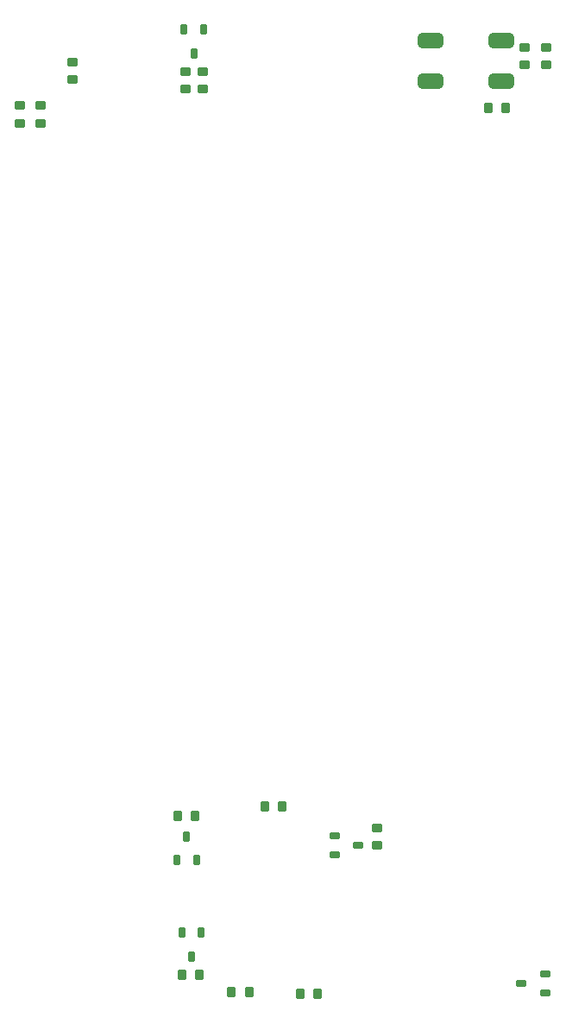
<source format=gbp>
G04 Layer_Color=128*
%FSLAX44Y44*%
%MOMM*%
G71*
G01*
G75*
G04:AMPARAMS|DCode=10|XSize=1mm|YSize=0.9mm|CornerRadius=0.1125mm|HoleSize=0mm|Usage=FLASHONLY|Rotation=0.000|XOffset=0mm|YOffset=0mm|HoleType=Round|Shape=RoundedRectangle|*
%AMROUNDEDRECTD10*
21,1,1.0000,0.6750,0,0,0.0*
21,1,0.7750,0.9000,0,0,0.0*
1,1,0.2250,0.3875,-0.3375*
1,1,0.2250,-0.3875,-0.3375*
1,1,0.2250,-0.3875,0.3375*
1,1,0.2250,0.3875,0.3375*
%
%ADD10ROUNDEDRECTD10*%
G04:AMPARAMS|DCode=18|XSize=1mm|YSize=0.9mm|CornerRadius=0.1125mm|HoleSize=0mm|Usage=FLASHONLY|Rotation=270.000|XOffset=0mm|YOffset=0mm|HoleType=Round|Shape=RoundedRectangle|*
%AMROUNDEDRECTD18*
21,1,1.0000,0.6750,0,0,270.0*
21,1,0.7750,0.9000,0,0,270.0*
1,1,0.2250,-0.3375,-0.3875*
1,1,0.2250,-0.3375,0.3875*
1,1,0.2250,0.3375,0.3875*
1,1,0.2250,0.3375,-0.3875*
%
%ADD18ROUNDEDRECTD18*%
G04:AMPARAMS|DCode=22|XSize=0.6mm|YSize=1mm|CornerRadius=0.075mm|HoleSize=0mm|Usage=FLASHONLY|Rotation=270.000|XOffset=0mm|YOffset=0mm|HoleType=Round|Shape=RoundedRectangle|*
%AMROUNDEDRECTD22*
21,1,0.6000,0.8500,0,0,270.0*
21,1,0.4500,1.0000,0,0,270.0*
1,1,0.1500,-0.4250,-0.2250*
1,1,0.1500,-0.4250,0.2250*
1,1,0.1500,0.4250,0.2250*
1,1,0.1500,0.4250,-0.2250*
%
%ADD22ROUNDEDRECTD22*%
G04:AMPARAMS|DCode=29|XSize=0.6mm|YSize=1mm|CornerRadius=0.075mm|HoleSize=0mm|Usage=FLASHONLY|Rotation=0.000|XOffset=0mm|YOffset=0mm|HoleType=Round|Shape=RoundedRectangle|*
%AMROUNDEDRECTD29*
21,1,0.6000,0.8500,0,0,0.0*
21,1,0.4500,1.0000,0,0,0.0*
1,1,0.1500,0.2250,-0.4250*
1,1,0.1500,-0.2250,-0.4250*
1,1,0.1500,-0.2250,0.4250*
1,1,0.1500,0.2250,0.4250*
%
%ADD29ROUNDEDRECTD29*%
G04:AMPARAMS|DCode=46|XSize=2.5mm|YSize=1.5mm|CornerRadius=0.375mm|HoleSize=0mm|Usage=FLASHONLY|Rotation=180.000|XOffset=0mm|YOffset=0mm|HoleType=Round|Shape=RoundedRectangle|*
%AMROUNDEDRECTD46*
21,1,2.5000,0.7500,0,0,180.0*
21,1,1.7500,1.5000,0,0,180.0*
1,1,0.7500,-0.8750,0.3750*
1,1,0.7500,0.8750,0.3750*
1,1,0.7500,0.8750,-0.3750*
1,1,0.7500,-0.8750,-0.3750*
%
%ADD46ROUNDEDRECTD46*%
D10*
X212042Y925000D02*
D03*
Y942000D02*
D03*
X229585Y925077D02*
D03*
Y942076D02*
D03*
X545000Y949000D02*
D03*
Y966000D02*
D03*
X566500Y949000D02*
D03*
Y966000D02*
D03*
X400500Y183500D02*
D03*
Y200500D02*
D03*
X101500Y951500D02*
D03*
Y934500D02*
D03*
X49500Y908500D02*
D03*
Y891500D02*
D03*
X70000Y908500D02*
D03*
Y891500D02*
D03*
D18*
X509500Y906000D02*
D03*
X526500D02*
D03*
X226000Y56500D02*
D03*
X209000D02*
D03*
X205000Y212500D02*
D03*
X222000D02*
D03*
X341500Y38000D02*
D03*
X324500D02*
D03*
X257500Y39000D02*
D03*
X274500D02*
D03*
X290500Y221500D02*
D03*
X307500D02*
D03*
D22*
X382000Y183500D02*
D03*
X359000Y193000D02*
D03*
Y174000D02*
D03*
X542000Y48000D02*
D03*
X565000Y38500D02*
D03*
Y57500D02*
D03*
D29*
X220423Y960000D02*
D03*
X229923Y983000D02*
D03*
X210923D02*
D03*
X218000Y74500D02*
D03*
X227500Y97500D02*
D03*
X208500D02*
D03*
X213500Y192000D02*
D03*
X204000Y169000D02*
D03*
X223000D02*
D03*
D46*
X522500Y972500D02*
D03*
X452500D02*
D03*
X522500Y932500D02*
D03*
X452500D02*
D03*
M02*

</source>
